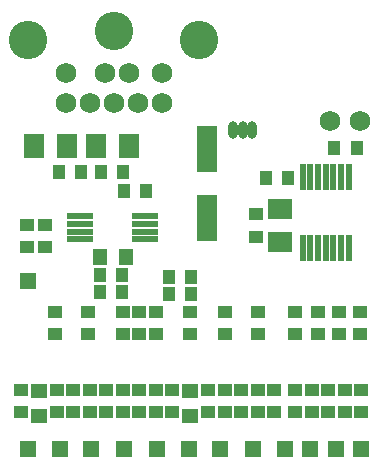
<source format=gts>
G04 #@! TF.FileFunction,Soldermask,Top*
%FSLAX46Y46*%
G04 Gerber Fmt 4.6, Leading zero omitted, Abs format (unit mm)*
G04 Created by KiCad (PCBNEW 4.0.2+dfsg1-stable) date Tue 07 Aug 2018 11:45:59 AM EDT*
%MOMM*%
G01*
G04 APERTURE LIST*
%ADD10C,0.100000*%
%ADD11R,0.500000X2.200000*%
%ADD12R,1.203200X1.003200*%
%ADD13R,1.473200X1.473200*%
%ADD14R,1.803200X3.903200*%
%ADD15R,1.473200X1.219200*%
%ADD16R,1.219200X1.473200*%
%ADD17R,1.003200X1.203200*%
%ADD18R,1.803200X2.003200*%
%ADD19R,2.003200X1.803200*%
%ADD20C,1.727200*%
%ADD21R,2.200000X0.500000*%
%ADD22O,0.838200X1.473200*%
%ADD23C,3.251200*%
G04 APERTURE END LIST*
D10*
D11*
X150495000Y-98933000D03*
X151145000Y-98933000D03*
X151795000Y-98933000D03*
X152445000Y-98933000D03*
X153095000Y-98933000D03*
X153745000Y-98933000D03*
X154395000Y-98933000D03*
X154395000Y-92933000D03*
X153745000Y-92933000D03*
X153095000Y-92933000D03*
X152445000Y-92933000D03*
X151795000Y-92933000D03*
X151145000Y-92933000D03*
X150495000Y-92933000D03*
D12*
X155384500Y-106233000D03*
X155384500Y-104333000D03*
D13*
X155448000Y-115951000D03*
D14*
X142430500Y-90551000D03*
X142430500Y-96351000D03*
D15*
X140970000Y-110998000D03*
X140970000Y-113157000D03*
D12*
X143891000Y-112837000D03*
X143891000Y-110937000D03*
X146685000Y-112837000D03*
X146685000Y-110937000D03*
X138049000Y-112837000D03*
X138049000Y-110937000D03*
X136652000Y-112837000D03*
X136652000Y-110937000D03*
X133858000Y-112837000D03*
X133858000Y-110937000D03*
X131064000Y-112837000D03*
X131064000Y-110937000D03*
D15*
X128143000Y-110998000D03*
X128143000Y-113157000D03*
D16*
X133350000Y-99695000D03*
X135509000Y-99695000D03*
D17*
X139131000Y-101409500D03*
X141031000Y-101409500D03*
D12*
X128651000Y-98867000D03*
X128651000Y-96967000D03*
D18*
X127762000Y-90297000D03*
X130562000Y-90297000D03*
X135763000Y-90297000D03*
X132963000Y-90297000D03*
D19*
X148590000Y-95631000D03*
X148590000Y-98431000D03*
D12*
X146558000Y-96078000D03*
X146558000Y-97978000D03*
D17*
X137221000Y-94107000D03*
X135321000Y-94107000D03*
D13*
X153289000Y-115951000D03*
D20*
X155321000Y-88201500D03*
X152781000Y-88201500D03*
D13*
X151130000Y-115951000D03*
D12*
X149860000Y-112837000D03*
X149860000Y-110937000D03*
X152654000Y-110937000D03*
X152654000Y-112837000D03*
X154051000Y-110937000D03*
X154051000Y-112837000D03*
X155448000Y-110937000D03*
X155448000Y-112837000D03*
X151257000Y-110937000D03*
X151257000Y-112837000D03*
X151765000Y-106233000D03*
X151765000Y-104333000D03*
X153543000Y-106233000D03*
X153543000Y-104333000D03*
X149860000Y-106233000D03*
X149860000Y-104333000D03*
D17*
X153164500Y-90424000D03*
X155064500Y-90424000D03*
X147386000Y-92964000D03*
X149286000Y-92964000D03*
D12*
X139446000Y-112837000D03*
X139446000Y-110937000D03*
X142494000Y-112837000D03*
X142494000Y-110937000D03*
X145288000Y-112837000D03*
X145288000Y-110937000D03*
X135255000Y-112837000D03*
X135255000Y-110937000D03*
X132461000Y-112837000D03*
X132461000Y-110937000D03*
X129667000Y-112837000D03*
X129667000Y-110937000D03*
X126619000Y-112837000D03*
X126619000Y-110937000D03*
X140970000Y-106233000D03*
X140970000Y-104333000D03*
X143891000Y-106233000D03*
X143891000Y-104333000D03*
X146685000Y-106233000D03*
X146685000Y-104333000D03*
X138049000Y-106233000D03*
X138049000Y-104333000D03*
X136652000Y-106233000D03*
X136652000Y-104333000D03*
X135255000Y-106233000D03*
X135255000Y-104333000D03*
X132334000Y-106233000D03*
X132334000Y-104333000D03*
X129540000Y-106233000D03*
X129540000Y-104333000D03*
D17*
X133289000Y-102616000D03*
X135189000Y-102616000D03*
X135189000Y-101219000D03*
X133289000Y-101219000D03*
X139131000Y-102806500D03*
X141031000Y-102806500D03*
D12*
X127127000Y-98867000D03*
X127127000Y-96967000D03*
D17*
X131760000Y-92456000D03*
X129860000Y-92456000D03*
X133416000Y-92456000D03*
X135316000Y-92456000D03*
D13*
X149034500Y-115951000D03*
X140843000Y-115951000D03*
X129921000Y-115951000D03*
X135382000Y-115951000D03*
D21*
X131660000Y-96236000D03*
X131660000Y-96886000D03*
X131660000Y-97536000D03*
X131660000Y-98186000D03*
X137160000Y-98186000D03*
X137160000Y-97536000D03*
X137160000Y-96886000D03*
X137160000Y-96236000D03*
D13*
X143510000Y-115951000D03*
X132588000Y-115951000D03*
X138176000Y-115951000D03*
X127254000Y-115951000D03*
X127254000Y-101727000D03*
X146304000Y-115951000D03*
D12*
X148082000Y-112837000D03*
X148082000Y-110937000D03*
D22*
X144602200Y-88900000D03*
X145415000Y-88900000D03*
X146227800Y-88900000D03*
D20*
X134493000Y-86614000D03*
X132461000Y-86614000D03*
X130429000Y-86614000D03*
X136525000Y-86614000D03*
X138557000Y-86614000D03*
X138557000Y-84074000D03*
X130429000Y-84074000D03*
X135763000Y-84074000D03*
X133731000Y-84074000D03*
D23*
X134493000Y-80518000D03*
X127254000Y-81280000D03*
X141732000Y-81280000D03*
M02*

</source>
